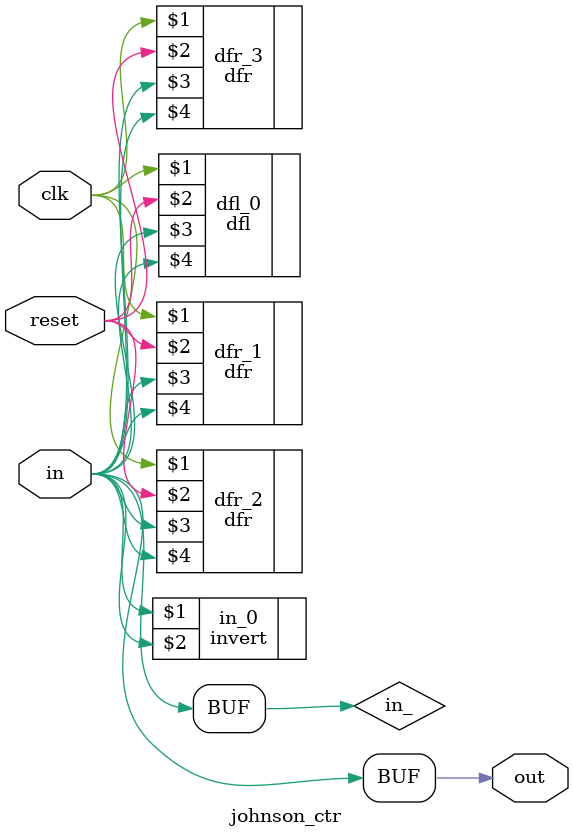
<source format=v>
module johnson_ctr(input wire clk, reset, in, output wire out);
	wire in_;
	assign out = in;
	dfl dfl_0 (clk, reset, in, out);
	assign in = out;
	dfr dfr_1 (clk, reset, in, out);
	assign in = out;
	dfr dfr_2 (clk, reset, in, out);
	assign in = out;
	dfr dfr_3 (clk, reset, in, out);
	invert in_0(out, in_);
	assign out = in_;
endmodule

</source>
